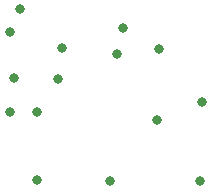
<source format=gbs>
G04*
G04 #@! TF.GenerationSoftware,Altium Limited,Altium Designer,20.1.14 (287)*
G04*
G04 Layer_Color=16711935*
%FSLAX25Y25*%
%MOIN*%
G70*
G04*
G04 #@! TF.SameCoordinates,09F66941-CC2D-4279-A4A5-F80E71D954FF*
G04*
G04*
G04 #@! TF.FilePolarity,Negative*
G04*
G01*
G75*
%ADD42C,0.03200*%
D42*
X263000Y438200D02*
D03*
X276400Y416200D02*
D03*
X277100Y439600D02*
D03*
X265100Y446600D02*
D03*
X230600Y453000D02*
D03*
X228800Y430000D02*
D03*
X236400Y418621D02*
D03*
Y396180D02*
D03*
X227345Y418621D02*
D03*
X227400Y445300D02*
D03*
X243500Y429700D02*
D03*
X244739Y440100D02*
D03*
X291300Y422000D02*
D03*
X290600Y395869D02*
D03*
X260600D02*
D03*
M02*

</source>
